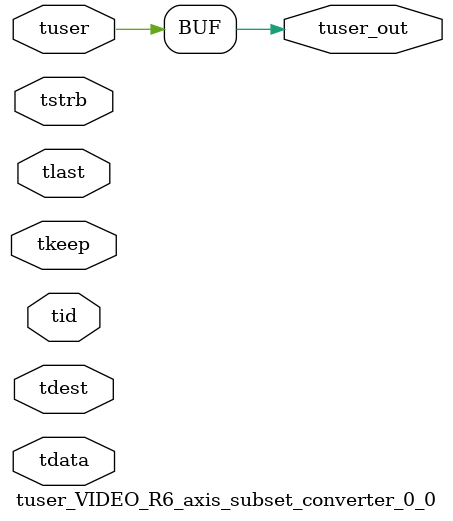
<source format=v>


`timescale 1ps/1ps

module tuser_VIDEO_R6_axis_subset_converter_0_0 #
(
parameter C_S_AXIS_TUSER_WIDTH = 1,
parameter C_S_AXIS_TDATA_WIDTH = 32,
parameter C_S_AXIS_TID_WIDTH   = 0,
parameter C_S_AXIS_TDEST_WIDTH = 0,
parameter C_M_AXIS_TUSER_WIDTH = 1
)
(
input  [(C_S_AXIS_TUSER_WIDTH == 0 ? 1 : C_S_AXIS_TUSER_WIDTH)-1:0     ] tuser,
input  [(C_S_AXIS_TDATA_WIDTH == 0 ? 1 : C_S_AXIS_TDATA_WIDTH)-1:0     ] tdata,
input  [(C_S_AXIS_TID_WIDTH   == 0 ? 1 : C_S_AXIS_TID_WIDTH)-1:0       ] tid,
input  [(C_S_AXIS_TDEST_WIDTH == 0 ? 1 : C_S_AXIS_TDEST_WIDTH)-1:0     ] tdest,
input  [(C_S_AXIS_TDATA_WIDTH/8)-1:0 ] tkeep,
input  [(C_S_AXIS_TDATA_WIDTH/8)-1:0 ] tstrb,
input                                                                    tlast,
output [C_M_AXIS_TUSER_WIDTH-1:0] tuser_out
);

assign tuser_out = {tuser[0:0]};

endmodule


</source>
